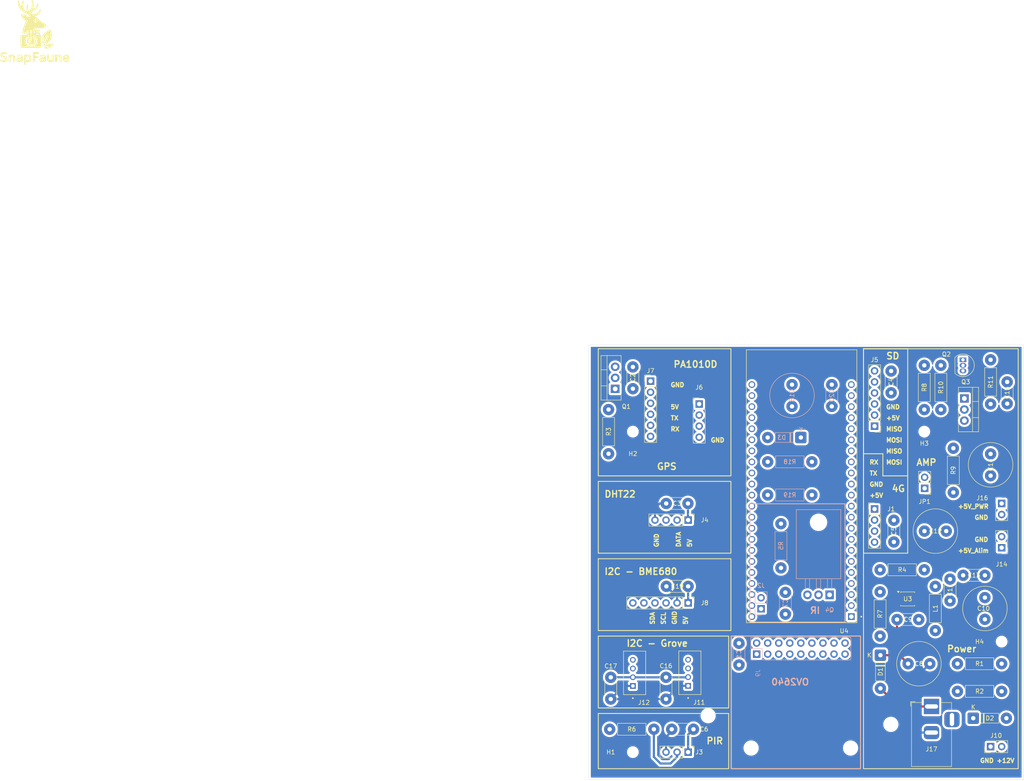
<source format=kicad_pcb>
(kicad_pcb (version 20241229) (generator "pcbnew") (generator_version "9.0")
  (layers (0 "F.Cu" signal) (2 "B.Cu" signal) (13 "F.Paste" user) (15 "B.Paste" user) (5 "F.SilkS" user "F.Silkscreen") (7 "B.SilkS" user "B.Silkscreen") (1 "F.Mask" user) (3 "B.Mask" user) (25 "Edge.Cuts" user))
  (net 0 "")
  (net 1 "GND")
  (net 2 "/Cam/+VCC_Alim")
  (net 3 "+5V")
  (net 4 "Net-(Q1-S)")
  (net 5 "+12V")
  (net 6 "/Power/VOLTAGE_BAT")
  (net 7 "Net-(U3-V_{CC})")
  (net 8 "Net-(U3-BOOST)")
  (net 9 "Net-(D1-A)")
  (net 10 "Net-(D2-A)")
  (net 11 "Net-(D3-K)")
  (net 12 "/Transmission/TX")
  (net 13 "/Transmission/RX")
  (net 14 "/Sensors/PIR_MOUV")
  (net 15 "/Sensors/TX0")
  (net 16 "/Sensors/RX0")
  (net 19 "/Cam/SCL")
  (net 21 "/Cam/SDA")
  (net 23 "Net-(U3-SW)")
  (net 24 "Net-(Q1-G)")
  (net 25 "Net-(Q2-B)")
  (net 26 "Net-(Q2-C)")
  (net 27 "/Cam/PWDN")
  (net 28 "/Sensors/ENA_GPS")
  (net 29 "Net-(U3-Vfb)")
  (net 30 "/Power/PWR_U{slash}D")
  (net 31 "/Cam/HREF")
  (net 34 "/Cam/D7")
  (net 35 "/Cam/D2")
  (net 38 "/Cam/D0")
  (net 39 "/uc/D45")
  (net 40 "/Stockage/MOSI")
  (net 41 "/Cam/DCLK")
  (net 42 "/Sensors/DATA_DHT22")
  (net 43 "/uc/+3.3V")
  (net 45 "/Stockage/SCK")
  (net 46 "/Cam/VREF")
  (net 47 "/Cam/D6")
  (net 49 "/Cam/D1")
  (net 50 "/Cam/D3")
  (net 51 "/Stockage/CS")
  (net 55 "/Cam/D4")
  (net 56 "/Stockage/MISO")
  (net 57 "/Cam/D5")
  (net 60 "Net-(J2-Pin_2)")
  (net 61 "Net-(Q4-G)")
  (net 62 "/Cam/LED_IR")
  (net 63 "Net-(JP1-B)")
  (footprint "CollecteurDonne:C_Disc_D5.0mm_W2.5mm_P5.00mm" (layer "F.Cu") (at 121.88 87.3 180)
    (property "Reference" "C3" (at 2.5 0 0) (layer "F.SilkS"))
    (property "Value" "100nF")
    (pad "1" thru_hole circle (at 0 0 180) (size 2.6 2.6) (drill 1) (layers "*.Cu" "*.Mask") (net 3 "+5V"))
    (pad "2" thru_hole circle (at 5 0 180) (size 2.6 2.6) (drill 1) (layers "*.Cu" "*.Mask") (net 1 "GND"))
  )
  (footprint "Package_TO_SOT_THT:TO-220-3_Vertical" (layer "F.Cu") (at 105.156 60.96 90)
    (property "Reference" "Q1" (at -4.064 2.54 180) (layer "F.SilkS"))
    (property "Value" "IRF540N")
    (pad "1" thru_hole rect (at 0 0 90) (size 1.905 2) (drill 1.1) (layers "*.Cu" "*.Mask") (net 24 "Net-(Q1-G)"))
    (pad "2" thru_hole oval (at 2.54 0 90) (size 1.905 2) (drill 1.1) (layers "*.Cu" "*.Mask") (net 1 "GND"))
    (pad "3" thru_hole oval (at 5.08 0 90) (size 1.905 2) (drill 1.1) (layers "*.Cu" "*.Mask") (net 4 "Net-(Q1-S)"))
  )
  (footprint "CollecteurDonne:C_Disc_D5.0mm_W2.5mm_P5.00mm" (layer "F.Cu") (at 195.25 64.36 90)
    (property "Reference" "C15" (at 2.5 0 90) (layer "F.SilkS"))
    (property "Value" "100nF")
    (pad "1" thru_hole circle (at 0 0 90) (size 2.6 2.6) (drill 1) (layers "*.Cu" "*.Mask") (net 3 "+5V"))
    (pad "2" thru_hole circle (at 5 0 90) (size 2.6 2.6) (drill 1) (layers "*.Cu" "*.Mask") (net 1 "GND"))
  )
  (footprint "CollecteurDonne:C_Radial_D10.0mm_H16.0mm_P5.00mm" (layer "F.Cu") (at 176.24 93.65)
    (property "Reference" "C12" (at 2.54 0 0) (layer "F.SilkS"))
    (property "Value" "470µF")
    (pad "1" thru_hole circle (at 0 0) (size 2.6 2.6) (drill 1) (layers "*.Cu" "*.Mask") (net 2 "/Cam/+VCC_Alim"))
    (pad "2" thru_hole circle (at 5 0) (size 2.6 2.6) (drill 1) (layers "*.Cu" "*.Mask") (net 1 "GND"))
  )
  (footprint "Connector_PinHeader_2.54mm:PinHeader_1x06_P2.54mm_Vertical" (layer "F.Cu") (at 164.77 69.52 180)
    (property "Reference" "J5" (at 0 15.24 0) (layer "F.SilkS"))
    (property "Value" "Conn_01x06")
    (pad "1" thru_hole rect (at 0 0 180) (size 1.7 1.7) (drill 1) (layers "*.Cu" "*.Mask") (net 51 "/Stockage/CS"))
    (pad "2" thru_hole circle (at 0 2.54 180) (size 1.7 1.7) (drill 1) (layers "*.Cu" "*.Mask") (net 45 "/Stockage/SCK"))
    (pad "3" thru_hole circle (at 0 5.08 180) (size 1.7 1.7) (drill 1) (layers "*.Cu" "*.Mask") (net 40 "/Stockage/MOSI"))
    (pad "4" thru_hole circle (at 0 7.62 180) (size 1.7 1.7) (drill 1) (layers "*.Cu" "*.Mask") (net 56 "/Stockage/MISO"))
    (pad "5" thru_hole circle (at 0 10.16 180) (size 1.7 1.7) (drill 1) (layers "*.Cu" "*.Mask") (net 3 "+5V"))
    (pad "6" thru_hole circle (at 0 12.7 180) (size 1.7 1.7) (drill 1) (layers "*.Cu" "*.Mask") (net 1 "GND"))
  )
  (footprint "CollecteurDonne:Logo_20_20" (layer "F.Cu") (at -28.395853 -20.59115)
    (property "Reference" "U5" (at 0 0 0) (layer "F.SilkS") (effects (font (size 1.5 1.5) (thickness 0.3))))
    (property "Value" "~" (hide yes))
  )
  (footprint "CollecteurDonne:C_Disc_D5.0mm_W2.5mm_P5.00mm" (layer "F.Cu") (at 121.92 106.35 180)
    (property "Reference" "C19" (at 2.5 0 0) (layer "F.SilkS"))
    (property "Value" "100nF")
    (pad "1" thru_hole circle (at 0 0 180) (size 2.6 2.6) (drill 1) (layers "*.Cu" "*.Mask") (net 3 "+5V"))
    (pad "2" thru_hole circle (at 5 0 180) (size 2.6 2.6) (drill 1) (layers "*.Cu" "*.Mask") (net 1 "GND"))
  )
  (footprint "CollecteurDonne:C_Disc_D5.0mm_W2.5mm_P5.00mm" (layer "F.Cu") (at 169.2075 91.15 -90)
    (property "Reference" "C5" (at 2.5 0 90) (layer "F.SilkS"))
    (property "Value" "100nF")
    (pad "1" thru_hole circle (at 0 0 270) (size 2.6 2.6) (drill 1) (layers "*.Cu" "*.Mask") (net 1 "GND"))
    (pad "2" thru_hole circle (at 5 0 270) (size 2.6 2.6) (drill 1) (layers "*.Cu" "*.Mask") (net 3 "+5V"))
  )
  (footprint "Connector_PinHeader_2.54mm:PinHeader_1x04_P2.54mm_Vertical" (layer "F.Cu") (at 164.77 88.57)
    (property "Reference" "J1" (at 3.81 0 0) (layer "F.SilkS"))
    (property "Value" "Conn_01x04")
    (pad "1" thru_hole rect (at 0 0) (size 1.7 1.7) (drill 1) (layers "*.Cu" "*.Mask") (net 13 "/Transmission/RX"))
    (pad "2" thru_hole circle (at 0 2.54) (size 1.7 1.7) (drill 1) (layers "*.Cu" "*.Mask") (net 12 "/Transmission/TX"))
    (pad "3" thru_hole circle (at 0 5.08) (size 1.7 1.7) (drill 1) (layers "*.Cu" "*.Mask") (net 1 "GND"))
    (pad "4" thru_hole circle (at 0 7.62) (size 1.7 1.7) (drill 1) (layers "*.Cu" "*.Mask") (net 3 "+5V"))
  )
  (footprint "Connector_PinHeader_2.54mm:PinHeader_1x04_P2.54mm_Vertical" (layer "F.Cu") (at 124.46 64.44)
    (property "Reference" "J6" (at 0 -3.81 0) (layer "F.SilkS"))
    (property "Value" "Conn_01x04")
    (pad "1" thru_hole rect (at 0 0) (size 1.7 1.7) (drill 1) (layers "*.Cu" "*.Mask") (net 3 "+5V"))
    (pad "2" thru_hole circle (at 0 2.54) (size 1.7 1.7) (drill 1) (layers "*.Cu" "*.Mask") (net 15 "/Sensors/TX0"))
    (pad "3" thru_hole circle (at 0 5.08) (size 1.7 1.7) (drill 1) (layers "*.Cu" "*.Mask") (net 16 "/Sensors/RX0"))
    (pad "4" thru_hole circle (at 0 7.62) (size 1.7 1.7) (drill 1) (layers "*.Cu" "*.Mask") (net 1 "GND"))
  )
  (footprint "Package_TO_SOT_THT:TO-92_Inline" (layer "F.Cu") (at 185.09 54.28 -90)
    (property "Reference" "Q2" (at -1.27 3.81 180) (layer "F.SilkS"))
    (property "Value" "PN2222A")
    (pad "1" thru_hole rect (at 0 0 270) (size 1.05 1.5) (drill 0.75) (layers "*.Cu" "*.Mask") (net 1 "GND"))
    (pad "2" thru_hole oval (at 1.27 0 270) (size 1.05 1.5) (drill 0.75) (layers "*.Cu" "*.Mask") (net 25 "Net-(Q2-B)"))
    (pad "3" thru_hole oval (at 2.54 0 270) (size 1.05 1.5) (drill 0.75) (layers "*.Cu" "*.Mask") (net 26 "Net-(Q2-C)"))
  )
  (footprint "CollecteurDonne:C_Disc_D5.0mm_W2.5mm_P5.00mm" (layer "F.Cu") (at 169.93 113.97)
    (property "Reference" "C9" (at 2.54 0 0) (layer "F.SilkS"))
    (property "Value" "100nF")
    (pad "1" thru_hole circle (at 0 0) (size 2.6 2.6) (drill 1) (layers "*.Cu" "*.Mask") (net 5 "+12V"))
    (pad "2" thru_hole circle (at 5 0) (size 2.6 2.6) (drill 1) (layers "*.Cu" "*.Mask") (net 1 "GND"))
  )
  (footprint "CollecteurDonne:C_Disc_D5.0mm_W2.5mm_P5.00mm" (layer "F.Cu") (at 104.14 127.254 -90)
    (property "Reference" "C17" (at -2.58 0 180) (layer "F.SilkS"))
    (property "Value" "100nF")
    (pad "1" thru_hole circle (at 0 0 270) (size 2.6 2.6) (drill 1) (layers "*.Cu" "*.Mask") (net 3 "+5V"))
    (pad "2" thru_hole circle (at 5 0 270) (size 2.6 2.6) (drill 1) (layers "*.Cu" "*.Mask") (net 1 "GND"))
  )
  (footprint "CollecteurDonne:ESP32-S3-DEVKITC-1-N8R8" (layer "F.Cu") (at 148 83.34 180)
    (property "Reference" "U4" (at -9.775 -33.255 180) (layer "F.SilkS"))
    (property "Value" "ESP32-S3-DEVKITC-1-N8R8")
    (pad "J1_1" thru_hole rect (at -11.43 -29.97 180) (size 1.53 1.53) (drill 1.02) (layers "*.Cu" "*.Mask") (net 43 "/uc/+3.3V"))
    (pad "J1_2" thru_hole circle (at -11.43 -27.43 180) (size 1.53 1.53) (drill 1.02) (layers "*.Cu" "*.Mask") (net 43 "/uc/+3.3V"))
    (pad "J1_3" thru_hole circle (at -11.43 -24.89 180) (size 1.53 1.53) (drill 1.02) (layers "*.Cu" "*.Mask"))
    (pad "J1_4" thru_hole circle (at -11.43 -22.35 180) (size 1.53 1.53) (drill 1.02) (layers "*.Cu" "*.Mask") (net 34 "/Cam/D7"))
    (pad "J1_5" thru_hole circle (at -11.43 -19.81 180) (size 1.53 1.53) (drill 1.02) (layers "*.Cu" "*.Mask") (net 47 "/Cam/D6"))
    (pad "J1_6" thru_hole circle (at -11.43 -17.27 180) (size 1.53 1.53) (drill 1.02) (layers "*.Cu" "*.Mask") (net 57 "/Cam/D5"))
    (pad "J1_7" thru_hole circle (at -11.43 -14.73 180) (size 1.53 1.53) (drill 1.02) (layers "*.Cu" "*.Mask") (net 55 "/Cam/D4"))
    (pad "J1_8" thru_hole circle (at -11.43 -12.19 180) (size 1.53 1.53) (drill 1.02) (layers "*.Cu" "*.Mask") (net 50 "/Cam/D3"))
    (pad "J1_9" thru_hole circle (at -11.43 -9.65 180) (size 1.53 1.53) (drill 1.02) (layers "*.Cu" "*.Mask") (net 35 "/Cam/D2"))
    (pad "J1_10" thru_hole circle (at -11.43 -7.11 180) (size 1.53 1.53) (drill 1.02) (layers "*.Cu" "*.Mask") (net 15 "/Sensors/TX0"))
    (pad "J1_11" thru_hole circle (at -11.43 -4.57 180) (size 1.53 1.53) (drill 1.02) (layers "*.Cu" "*.Mask") (net 16 "/Sensors/RX0"))
    (pad "J1_12" thru_hole circle (at -11.43 -2.03 180) (size 1.53 1.53) (drill 1.02) (layers "*.Cu" "*.Mask") (net 21 "/Cam/SDA"))
    (pad "J1_13" thru_hole circle (at -11.43 0.51 180) (size 1.53 1.53) (drill 1.02) (layers "*.Cu" "*.Mask") (net 49 "/Cam/D1"))
    (pad "J1_14" thru_hole circle (at -11.43 3.05 180) (size 1.53 1.53) (drill 1.02) (layers "*.Cu" "*.Mask") (net 38 "/Cam/D0"))
    (pad "J1_15" thru_hole circle (at -11.43 5.59 180) (size 1.53 1.53) (drill 1.02) (layers "*.Cu" "*.Mask") (net 19 "/Cam/SCL"))
    (pad "J1_16" thru_hole circle (at -11.43 8.13 180) (size 1.53 1.53) (drill 1.02) (layers "*.Cu" "*.Mask") (net 51 "/Stockage/CS"))
    (pad "J1_17" thru_hole circle (at -11.43 10.67 180) (size 1.53 1.53) (drill 1.02) (layers "*.Cu" "*.Mask") (net 40 "/Stockage/MOSI"))
    (pad "J1_18" thru_hole circle (at -11.43 13.21 180) (size 1.53 1.53) (drill 1.02) (layers "*.Cu" "*.Mask") (net 56 "/Stockage/MISO"))
    (pad "J1_19" thru_hole circle (at -11.43 15.75 180) (size 1.53 1.53) (drill 1.02) (layers "*.Cu" "*.Mask") (net 45 "/Stockage/SCK"))
    (pad "J1_20" thru_hole circle (at -11.43 18.29 180) (size 1.53 1.53) (drill 1.02) (layers "*.Cu" "*.Mask") (net 41 "/Cam/DCLK"))
    (pad "J1_21" thru_hole circle (at -11.43 20.83 180) (size 1.53 1.53) (drill 1.02) (layers "*.Cu" "*.Mask") (net 11 "Net-(D3-K)"))
    (pad "J1_22" thru_hole circle (at -11.43 23.37 180) (size 1.53 1.53) (drill 1.02) (layers "*.Cu" "*.Mask") (net 1 "GND"))
    (pad "J3_1" thru_hole circle (at 11.43 -29.97 180) (size 1.53 1.53) (drill 1.02) (layers "*.Cu" "*.Mask") (net 1 "GND"))
    (pad "J3_2" thru_hole circle (at 11.43 -27.43 180) (size 1.53 1.53) (drill 1.02) (layers "*.Cu" "*.Mask"))
    (pad "J3_3" thru_hole circle (at 11.43 -24.89 180) (size 1.53 1.53) (drill 1.02) (layers "*.Cu" "*.Mask"))
    (pad "J3_4" thru_hole circle (at 11.43 -22.35 180) (size 1.53 1.53) (drill 1.02) (layers "*.Cu" "*.Mask") (net 14 "/Sensors/PIR_MOUV"))
    (pad "J3_5" thru_hole circle (at 11.43 -19.81 180) (size 1.53 1.53) (drill 1.02) (layers "*.Cu" "*.Mask") (net 30 "/Power/PWR_U{slash}D"))
    (pad "J3_6" thru_hole circle (at 11.43 -17.27 180) (size 1.53 1.53) (drill 1.02) (layers "*.Cu" "*.Mask") (net 12 "/Transmission/TX"))
    (pad "J3_7" thru_hole circle (at 11.43 -14.73 180) (size 1.53 1.53) (drill 1.02) (layers "*.Cu" "*.Mask") (net 13 "/Transmission/RX"))
    (pad "J3_8" thru_hole circle (at 11.43 -12.19 180) (size 1.53 1.53) (drill 1.02) (layers "*.Cu" "*.Mask") (net 46 "/Cam/VREF"))
    (pad "J3_9" thru_hole circle (at 11.43 -9.65 180) (size 1.53 1.53) (drill 1.02) (layers "*.Cu" "*.Mask") (net 31 "/Cam/HREF"))
    (pad "J3_10" thru_hole circle (at 11.43 -7.11 180) (size 1.53 1.53) (drill 1.02) (layers "*.Cu" "*.Mask") (net 42 "/Sensors/DATA_DHT22"))
    (pad "J3_11" thru_hole circle (at 11.43 -4.57 180) (size 1.53 1.53) (drill 1.02) (layers "*.Cu" "*.Mask"))
    (pad "J3_12" thru_hole circle (at 11.43 -2.03 180) (size 1.53 1.53) (drill 1.02) (layers "*.Cu" "*.Mask"))
    (pad "J3_13" thru_hole circle (at 11.43 0.51 180) (size 1.53 1.53) (drill 1.02) (layers "*.Cu" "*.Mask"))
    (pad "J3_14" thru_hole circle (at 11.43 3.05 180) (size 1.53 1.53) (drill 1.02) (layers "*.Cu" "*.Mask"))
    (pad "J3_15" thru_hole circle (at 11.43 5.59 180) (size 1.53 1.53) (drill 1.02) (layers "*.Cu" "*.Mask") (net 39 "/uc/D45"))
    (pad "J3_16" thru_hole circle (at 11.43 8.13 180) (size 1.53 1.53) (drill 1.02) (layers "*.Cu" "*.Mask") (net 62 "/Cam/LED_IR"))
    (pad "J3_17" thru_hole circle (at 11.43 10.67 180) (size 1.53 1.53) (drill 1.02) (layers "*.Cu" "*.Mask") (net 6 "/Power/VOLTAGE_BAT"))
    (pad "J3_18" thru_hole circle (at 11.43 13.21 180) (size 1.53 1.53) (drill 1.02) (layers "*.Cu" "*.Mask") (net 28 "/Sensors/ENA_GPS"))
    (pad "J3_19" thru_hole circle (at 11.43 15.75 180) (size 1.53 1.53) (drill 1.02) (layers "*.Cu" "*.Mask"))
    (pad "J3_20" thru_hole circle (at 11.43 18.29 180) (size 1.53 1.53) (drill 1.02) (layers "*.Cu" "*.Mask"))
    (pad "J3_21" thru_hole circle (at 11.43 20.83 180) (size 1.53 1.53) (drill 1.02) (layers "*.Cu" "*.Mask") (net 1 "GND"))
    (pad "J3_22" thru_hole circle (at 11.43 23.37 180) (size 1.53 1.53) (drill 1.02) (layers "*.Cu" "*.Mask") (net 1 "GND"))
  )
  (footprint "Connector_PinHeader_2.54mm:PinHeader_1x04_P2.54mm_Vertical" (layer "F.Cu") (at 121.92 91.11 -90)
    (property "Reference" "J4" (at 0 -3.81 180) (layer "F.SilkS"))
    (property "Value" "Conn_01x04")
    (pad "1" thru_hole rect (at 0 0 270) (size 1.7 1.7) (drill 1) (layers "*.Cu" "*.Mask") (net 3 "+5V"))
    (pad "2" thru_hole circle (at 0 2.54 270) (size 1.7 1.7) (drill 1) (layers "*.Cu" "*.Mask") (net 42 "/Sensors/DATA_DHT22"))
    (pad "3" thru_hole circle (at 0 5.08 270) (size 1.7 1.7) (drill 1) (layers "*.Cu" "*.Mask"))
    (pad "4" thru_hole circle (at 0 7.62 270) (size 1.7 1.7) (drill 1) (layers "*.Cu" "*.Mask") (net 1 "GND"))
  )
  (footprint "CollecteurDonne:R_Axial_DIN0207_L6.3mm_D2.5mm_P10.16mm_Horizontal" (layer "F.Cu") (at 166.04 107.62 -90)
    (property "Reference" "R7" (at 5.08 0 90) (layer "F.SilkS"))
    (property "Value" "10k")
    (pad "1" thru_hole circle (at 0 0 270) (size 2.6 2.6) (drill 1) (layers "*.Cu" "*.Mask") (net 29 "Net-(U3-Vfb)"))
    (pad "2" thru_hole circle (at 10.16 0 270) (size 2.6 2.6) (drill 1) (layers "*.Cu" "*.Mask") (net 1 "GND"))
  )
  (footprint "Connector_PinHeader_2.54mm:PinHeader_1x06_P2.54mm_Vertical" (layer "F.Cu") (at 121.92 110.16 -90)
    (property "Reference" "J8" (at 0 -3.81 180) (layer "F.SilkS"))
    (property "Value" "Conn_01x06")
    (pad "1" thru_hole rect (at 0 0 270) (size 1.7 1.7) (drill 1) (layers "*.Cu" "*.Mask") (net 3 "+5V"))
    (pad "2" thru_hole circle (at 0 2.54 270) (size 1.7 1.7) (drill 1) (layers "*.Cu" "*.Mask") (net 1 "GND"))
    (pad "3" thru_hole circle (at 0 5.08 270) (size 1.7 1.7) (drill 1) (layers "*.Cu" "*.Mask") (net 19 "/Cam/SCL"))
    (pad "4" thru_hole circle (at 0 7.62 270) (size 1.7 1.7) (drill 1) (layers "*.Cu" "*.Mask") (net 21 "/Cam/SDA"))
    (pad "5" thru_hole circle (at 0 10.16 270) (size 1.7 1.7) (drill 1) (layers "*.Cu" "*.Mask"))
    (pad "6" thru_hole circle (at 0 12.7 270) (size 1.7 1.7) (drill 1) (layers "*.Cu" "*.Mask"))
  )
  (footprint "CollecteurDonne:R_Axial_DIN0207_L6.3mm_D2.5mm_P10.16mm_Horizontal" (layer "F.Cu") (at 183.82 130.48)
    (property "Reference" "R2" (at 5.08 0 0) (layer "F.SilkS"))
    (property "Value" "25k")
    (pad "1" thru_hole circle (at 0 0) (size 2.6 2.6) (drill 1) (layers "*.Cu" "*.Mask") (net 6 "/Power/VOLTAGE_BAT"))
    (pad "2" thru_hole circle (at 10.16 0) (size 2.6 2.6) (drill 1) (layers "*.Cu" "*.Mask") (net 1 "GND"))
  )
  (footprint "CollecteurDonne:R_Axial_DIN0207_L6.3mm_D2.5mm_P10.16mm_Horizontal" (layer "F.Cu") (at 176.2 102.54 180)
    (property "Reference" "R4" (at 5.08 0 0) (layer "F.SilkS"))
    (property "Value" "52.3k")
    (pad "1" thru_hole circle (at 0 0 180) (size 2.6 2.6) (drill 1) (layers "*.Cu" "*.Mask") (net 2 "/Cam/+VCC_Alim"))
    (pad "2" thru_hole circle (at 10.16 0 180) (size 2.6 2.6) (drill 1) (layers "*.Cu" "*.Mask") (net 29 "Net-(U3-Vfb)"))
  )
  (footprint "CollecteurDonne:R_Axial_DIN0207_L6.3mm_D2.5mm_P10.16mm_Horizontal" (layer "F.Cu") (at 114.046 139.192 180)
    (property "Reference" "R6" (at 5.08 0 0) (layer "F.SilkS"))
    (property "Value" "10k")
    (pad "1" thru_hole circle (at 0 0 180) (size 2.6 2.6) (drill 1) (layers "*.Cu" "*.Mask") (net 14 "/Sensors/PIR_MOUV"))
    (pad "2" thru_hole circle (at 10.16 0 180) (size 2.6 2.6) (drill 1) (layers "*.Cu" "*.Mask") (net 1 "GND"))
  )
  (footprint "CollecteurDonne:C_Radial_D10.0mm_H16.0mm_P5.00mm" (layer "F.Cu") (at 191.44 75.91 -90)
    (property "Reference" "C14" (at 2.5 0 90) (layer "F.SilkS"))
    (property "Value" "100µF")
    (pad "1" thru_hole circle (at 0 0 270) (size 2.6 2.6) (drill 1) (layers "*.Cu" "*.Mask") (net 3 "+5V"))
    (pad "2" thru_hole circle (at 5 0 270) (size 2.6 2.6) (drill 1) (layers "*.Cu" "*.Mask") (net 1 "GND"))
  )
  (footprint "CollecteurDonne:C_Radial_D10.0mm_H16.0mm_P5.00mm" (layer "F.Cu") (at 190.13 108.93 -90)
    (property "Reference" "C10" (at 2.5 0.3125 0) (layer "F.SilkS"))
    (property "Value" "1µF")
    (pad "1" thru_hole circle (at 0 0 270) (size 2.6 2.6) (drill 1) (layers "*.Cu" "*.Mask") (net 7 "Net-(U3-V_{CC})"))
    (pad "2" thru_hole circle (at 5 0 270) (size 2.6 2.6) (drill 1) (layers "*.Cu" "*.Mask") (net 1 "GND"))
  )
  (footprint "Package_TO_SOT_THT:TO-220-3_Vertical" (layer "F.Cu") (at 185.41 63.17 -90)
    (property "Reference" "Q3" (at -3.81 -0.315 180) (layer "F.SilkS"))
    (property "Value" "IRF9540N")
    (pad "1" thru_hole rect (at 0 0 270) (size 1.905 2) (drill 1.1) (layers "*.Cu" "*.Mask") (net 27 "/Cam/PWDN"))
    (pad "2" thru_hole oval (at 2.54 0 270) (size 1.905 2) (drill 1.1) (layers "*.Cu" "*.Mask") (net 3 "+5V"))
    (pad "3" thru_hole oval (at 5.08 0 270) (size 1.905 2) (drill 1.1) (layers "*.Cu" "*.Mask") (net 63 "Net-(JP1-B)"))
  )
  (footprint "Connector_PinHeader_2.54mm:PinHeader_1x03_P2.54mm_Vertical" (layer "F.Cu") (at 121.92 144.45 -90)
    (property "Reference" "J3" (at 0 -2.54 180) (layer "F.SilkS"))
    (property "Value" "Conn_01x03")
    (pad "1" thru_hole rect (at 0 0 270) (size 1.7 1.7) (drill 1) (layers "*.Cu" "*.Mask") (net 3 "+5V"))
    (pad "2" thru_hole circle (at 0 2.54 270) (size 1.7 1.7) (drill 1) (layers "*.Cu" "*.Mask") (net 14 "/Sensors/PIR_MOUV"))
    (pad "3" thru_hole circle (at 0 5.08 270) (size 1.7 1.7) (drill 1) (layers "*.Cu" "*.Mask") (net 1 "GND"))
  )
  (footprint "CollecteurDonne:C_Radial_D10.0mm_H16.0mm_P5.00mm" (layer "F.Cu") (at 172.47 124.13)
    (property "Reference" "C8" (at 2.5 0 0) (layer "F.SilkS"))
    (property "Value" "100µF")
    (pad "1" thru_hole circle (at 0 0) (size 2.6 2.6) (drill 1) (layers "*.Cu" "*.Mask") (net 5 "+12V"))
    (pad "2" thru_hole circle (at 5 0) (size 2.6 2.6) (drill 1) (layers "*.Cu" "*.Mask") (net 1 "GND"))
  )
  (footprint "CollecteurDonne:MountingHole_2.2mm_M2_ISO7380" (layer "F.Cu") (at 176.2 70.79 180)
    (property "Reference" "H3" (at 0 -2.7 0) (layer "F.SilkS"))
    (property "Value" "MountingHole")
    (pad "" np_thru_hole circle (at 0 0 180) (size 2.2 2.2) (drill 2.2) (layers "*.Cu" "*.Mask"))
  )
  (footprint "CollecteurDonne:R_Axial_DIN0207_L6.3mm_D2.5mm_P10.16mm_Horizontal" (layer "F.Cu") (at 182.88 84.76 90)
    (property "Reference" "R9" (at 5.08 0 270) (layer "F.SilkS"))
    (property "Value" "100k")
    (pad "1" thru_hole circle (at 0 0 90) (size 2.6 2.6) (drill 1) (layers "*.Cu" "*.Mask") (net 63 "Net-(JP1-B)"))
    (pad "2" thru_hole circle (at 10.16 0 90) (size 2.6 2.6) (drill 1) (layers "*.Cu" "*.Mask") (net 27 "/Cam/PWDN"))
  )
  (footprint "CollecteurDonne:R_Axial_DIN0207_L6.3mm_D2.5mm_P10.16mm_Horizontal" (layer "F.Cu") (at 103.632 75.87 90)
    (property "Reference" "R3" (at 5.08 0 90) (layer "F.SilkS"))
    (property "Value" "1k")
    (pad "1" thru_hole circle (at 0 0 90) (size 2.6 2.6) (drill 1) (layers "*.Cu" "*.Mask") (net 28 "/Sensors/ENA_GPS"))
    (pad "2" thru_hole circle (at 10.16 0 90) (size 2.6 2.6) (drill 1) (layers "*.Cu" "*.Mask") (net 24 "Net-(Q1-G)"))
  )
  (footprint "CollecteurDonne:C_Disc_D5.0mm_W2.5mm_P5.00mm" (layer "F.Cu") (at 116.84 127.254 -90)
    (property "Reference" "C16" (at -2.62 0 180) (layer "F.SilkS"))
    (property "Value" "100nF")
    (pad "1" thru_hole circle (at 0 0 270) (size 2.6 2.6) (drill 1) (layers "*.Cu" "*.Mask") (net 3 "+5V"))
    (pad "2" thru_hole circle (at 5 0 270) (size 2.6 2.6) (drill 1) (layers "*.Cu" "*.Mask") (net 1 "GND"))
  )
  (footprint "CollecteurDonne:C_Disc_D5.0mm_W2.5mm_P5.00mm" (layer "F.Cu") (at 123.15 139.192 180)
    (property "Reference" "C6" (at -2.426 0 0) (layer "F.SilkS"))
    (property "Value" "100nF")
    (pad "1" thru_hole circle (at 0 0 180) (size 2.6 2.6) (drill 1) (layers "*.Cu" "*.Mask") (net 3 "+5V"))
    (pad "2" thru_hole circle (at 5 0 180) (size 2.6 2.6) (drill 1) (layers "*.Cu" "*.Mask") (net 1 "GND"))
  )
  (footprint "CollecteurDonne:MountingHole_2.2mm_M2_ISO7380" (layer "F.Cu") (at 109.22 144.45 180)
    (property "Reference" "H1" (at 5.08 0 0) (layer "F.SilkS"))
    (property "Value" "MountingHole")
    (pad "" np_thru_hole circle (at 0 0 180) (size 2.2 2.2) (drill 2.2) (layers "*.Cu" "*.Mask"))
  )
  (footprint "CollecteurDonne:MountingHole_2.2mm_M2_ISO7380" (layer "F.Cu") (at 109.22 70.79 180)
    (property "Reference" "H2" (at 0 -5.08 0) (layer "F.SilkS"))
    (property "Value" "MountingHole")
    (pad "" np_thru_hole circle (at 0 0 180) (size 2.2 2.2) (drill 2.2) (layers "*.Cu" "*.Mask"))
  )
  (footprint "CollecteurDonne:BarrelJack_Horizontal" (layer "F.Cu") (at 177.8585 133.954 90)
    (property "Reference" "J17" (at -9.81 0 0) (layer "F.SilkS"))
    (property "Value" "Barrel_Jack_Switch_Pin3Ring")
    (pad "1" thru_hole rect (at 0 0 90) (size 3.5 3.5) (drill oval 1 3) (layers "*.Cu" "*.Mask") (net 9 "Net-(D1-A)"))
    (pad "2" thru_hole roundrect (at -6 0 90) (size 3 3.5) (drill oval 1 3) (layers "*.Cu" "*.Mask") (net 1 "GND"))
    (pad "3" thru_hole roundrect (at -3 4.7 90) (size 3.5 3.5) (drill oval 3 1) (layers "*.Cu" "*.Mask") (net 1 "GND"))
  )
  (footprint "CollecteurDonne:R_Axial_DIN0207_L6.3mm_D2.5mm_P10.16mm_Horizontal" (layer "F.Cu") (at 176.2 65.71 90)
    (property "Reference" "R8" (at 5.08 0 90) (layer "F.SilkS"))
    (property "Value" "1k")
    (pad "1" thru_hole circle (at 0 0 90) (size 2.6 2.6) (drill 1) (layers "*.Cu" "*.Mask") (net 30 "/Power/PWR_U{slash}D"))
    (pad "2" thru_hole circle (at 10.16 0 90) (size 2.6 2.6) (drill 1) (layers "*.Cu" "*.Mask") (net 25 "Net-(Q2-B)"))
  )
  (footprint "Connector_PinHeader_2.54mm:PinHeader_1x06_P2.54mm_Vertical" (layer "F.Cu") (at 113.284 59.182)
    (property "Reference" "J7" (at 0 -2.38 0) (layer "F.SilkS"))
    (property "Value" "Conn_01x06")
    (pad "1" thru_hole rect (at 0 0) (size 1.7 1.7) (drill 1) (layers "*.Cu" "*.Mask") (net 1 "GND"))
    (pad "2" thru_hole circle (at 0 2.54) (size 1.7 1.7) (drill 1) (layers "*.Cu" "*.Mask"))
    (pad "3" thru_hole circle (at 0 5.08) (size 1.7 1.7) (drill 1) (layers "*.Cu" "*.Mask") (net 3 "+5V"))
    (pad "4" thru_hole circle (at 0 7.62) (size 1.7 1.7) (drill 1) (layers "*.Cu" "*.Mask") (net 15 "/Sensors/TX0"))
    (pad "5" thru_hole circle (at 0 10.16) (size 1.7 1.7) (drill 1) (layers "*.Cu" "*.Mask") (net 16 "/Sensors/RX0"))
    (pad "6" thru_hole circle (at 0 12.7) (size 1.7 1.7) (drill 1) (layers "*.Cu" "*.Mask"))
  )
  (footprint "CollecteurDonne:MountingHole_2.2mm_M2_ISO7380" (layer "F.Cu") (at 193.98 119.05 180)
    (property "Reference" "H4" (at 5.08 0 0) (layer "F.SilkS"))
    (property "Value" "MountingHole")
    (pad "" np_thru_hole circle (at 0 0 180) (size 2.2 2.2) (drill 2.2) (layers "*.Cu" "*.Mask"))
  )
  (footprint "Connector_PinHeader_2.54mm:PinHeader_1x02_P2.54mm_Vertical" (layer "F.Cu") (at 191.44 143.18 90)
    (property "Reference" "J10" (at 2.54 1.27 0) (layer "F.SilkS"))
    (property "Value" "IN")
    (pad "1" thru_hole rect (at 0 0 90) (size 1.7 1.7) (drill 1) (layers "*.Cu" "*.Mask") (net 1 "GND"))
    (pad "2" thru_hole circle (at 0 2.54 90) (size 1.7 1.7) (drill 1) (layers "*.Cu" "*.Mask") (net 10 "Net-(D2-A)"))
  )
  (footprint "CollecteurDonne:C_Disc_D5.0mm_W2.5mm_P5.00mm" (layer "F.Cu") (at 168.58 61.86 90)
    (property "Reference" "C4" (at 2.5 0 90) (layer "F.SilkS"))
    (property "Value" "100nF")
    (pad "1" thru_hole circle (at 0 0 90) (size 2.6 2.6) (drill 1) (layers "*.Cu" "*.Mask") (net 3 "+5V"))
    (pad "2" thru_hole circle (at 5 0 90) (size 2.6 2.6) (drill 1) (layers "*.Cu" "*.Mask") (net 1 "GND"))
  )
  (footprint "CollecteurDonne:D_DO-35_SOD27_P7.62mm_Horizontal" (layer "F.Cu") (at 166.116 122.174 -90)
    (property "Reference" "D1" (at 3.81 0 90) (layer "F.SilkS"))
    (property "Value" "D")
    (fp_text user "K" (at 0 2.54 0) (layer "F.SilkS"))
    (pad "1" thru_hole roundrect (at 0 0 270) (size 2.6 2.6) (drill 1) (layers "*.Cu" "*.Mask") (roundrect_rratio 0.15625) (net 5 "+12V"))
    (pad "2" thru_hole circle (at 7.62 0 270) (size 2.6 2.6) (drill 1) (layers "*.Cu" "*.Mask") (net 9 "Net-(D1-A)"))
  )
  (footprint "Connector_PinHeader_2.54mm:PinHeader_1x02_P2.54mm_Vertical" (layer "F.Cu") (at 176.276 83.82 180)
    (property "Reference" "JP1" (at 0 -3.048 0) (layer "F.SilkS"))
    (property "Value" "Jumper_2_Bridged")
    (pad "1" thru_hole rect (at 0 0 180) (size 1.7 1.7) (drill 1) (layers "*.Cu" "*.Mask") (net 2 "/Cam/+VCC_Alim"))
    (pad "2" thru_hole circle (at 0 2.54 180) (size 1.7 1.7) (drill 1) (layers "*.Cu" "*.Mask") (net 63 "Net-(JP1-B)"))
  )
  (footprint "CollecteurDonne:R_Axial_DIN0207_L6.3mm_D2.5mm_P10.16mm_Horizontal" (layer "F.Cu") (at 193.98 124.13 180)
    (property "Reference" "R1" (at 5.08 0 0) (layer "F.SilkS"))
    (property "Value" "100k")
    (pad "1" thru_hole circle (at 0 0 180) (size 2.6 2.6) (drill 1) (layers "*.Cu" "*.Mask") (net 5 "+12V"))
    (pad "2" thru_hole circle (at 10.16 0 180) (size 2.6 2.6) (drill 1) (layers "*.Cu" "*.Mask") (net 6 "/Power/VOLTAGE_BAT"))
  )
  (footprint "CollecteurDonne:R_Axial_DIN0207_L6.3mm_D2.5mm_P10.16mm_Horizontal" (layer "F.Cu") (at 180.01 65.71 90)
    (property "Reference" "R10" (at 5.08 0 90) (layer "F.SilkS"))
    (property "Value" "10k")
    (pad "1" thru_hole circle (at 0 0 90) (size 2.6 2.6) (drill 1) (layers "*.Cu" "*.Mask") (net 27 "/Cam/PWDN"))
    (pad "2" thru_hole circle (at 10.16 0 90) (size 2.6 2.6) (drill 1) (layers "*.Cu" "*.Mask") (net 26 "Net-(Q2-C)"))
  )
  (footprint "CollecteurDonne:C_Disc_D5.0mm_W2.5mm_P5.00mm" (layer "F.Cu") (at 182.118 109.688 90)
    (property "Reference" "C11" (at 2.5 0 90) (layer "F.SilkS"))
    (property "Value" "100nF")
    (pad "1" thru_hole circle (at 0 0 90) (size 2.6 2.6) (drill 1) (layers "*.Cu" "*.Mask") (net 8 "Net-(U3-BOOST)"))
    (pad "2" thru_hole circle (at 5 0 90) (size 2.6 2.6) (drill 1) (layers "*.Cu" "*.Mask") (net 2 "/Cam/+VCC_Alim"))
  )
  (footprint "Connector_PinHeader_2.54mm:PinHeader_1x02_P2.54mm_Vertical" (layer "F.Cu") (at 193.98 87.3)
    (property "Reference" "J16" (at -4.445 -1.27 0) (layer "F.SilkS"))
    (property "Value" "OUT_5V_PWR")
    (pad "1" thru_hole rect (at 0 0) (size 1.7 1.7) (drill 1) (layers "*.Cu" "*.Mask") (net 3 "+5V"))
    (pad "2" thru_hole circle (at 0 2.54) (size 1.7 1.7) (drill 1) (layers "*.Cu" "*.Mask") (net 1 "GND"))
  )
  (footprint "CollecteurDonne:R_Axial_DIN0207_L6.3mm_D2.5mm_P10.16mm_Horizontal" (layer "F.Cu") (at 191.44 64.44 90)
    (property "Reference" "R11" (at 5.08 0 90) (layer "F.SilkS"))
    (property "Value" "10k")
    (pad "1" thru_hole circle (at 0 0 90) (size 2.6 2.6) (drill 1) (layers "*.Cu" "*.Mask") (net 3 "+5V"))
    (pad "2" thru_hole circle (at 10.16 0 90) (size 2.6 2.6) (drill 1) (layers "*.Cu" "*.Mask") (net 1 "GND"))
  )
  (footprint "Connector_PinHeader_2.54mm:PinHeader_1x02_P2.54mm_Vertical" (layer "F.Cu") (at 193.98 97.46 180)
    (property "Reference" "J14" (at 0 -3.81 0) (layer "F.SilkS"))
    (property "Value" "OUT_5V_ALI")
    (pad "1" thru_hole rect (at 0 0 180) (size 1.7 1.7) (drill 1) (layers "*.Cu" "*.Mask") (net 2 "/Cam/+VCC_Alim"))
    (pad "2" thru_hole circle (at 0 2.54 180) (size 1.7 1.7) (drill 1) (layers "*.Cu" "*.Mask") (net 1 "GND"))
  )
  (footprint "CollecteurDonne:D_DO-35_SOD27_P7.62mm_Horizontal" (layer "F.Cu") (at 187.452 136.652)
    (property "Reference" "D2" (at 3.81 0 0) (layer "F.SilkS"))
    (property "Value" "D")
    (fp_text user "K" (at 0 -2.54 0) (layer "F.SilkS"))
    (pad "1" thru_hole roundrect (at 0 0) (size 2.6 2.6) (drill 1) (layers "*.Cu" "*.Mask") (roundrect_rratio 0.15625) (net 5 "+12V"))
    (pad "2" thru_hole circle (at 7.62 0) (size 2.6 2.6) (drill 1) (layers "*.Cu" "*.Mask") (net 10 "Net-(D2-A)"))
  )
  (footprint "CollecteurDonne:C_Disc_D5.0mm_W2.5mm_P5.00mm" (layer "F.Cu") (at 185.13 103.81)
    (property "Reference" "C13" (at 2.5 0 0) (layer "F.SilkS"))
    (property "Value" "100nF")
    (pad "1" thru_hole circle (at 0 0) (size 2.6 2.6) (drill 1) (layers "*.Cu" "*.Mask") (net 2 "/Cam/+VCC_Alim"))
    (pad "2" thru_hole circle (at 5 0) (size 2.6 2.6) (drill 1) (layers "*.Cu" "*.Mask") (net 1 "GND"))
  )
  (footprint "Package_SO:MSOP-8_3x3mm_P0.65mm" (layer "F.Cu") (at 172.39 109.24)
    (property "Reference" "U3" (at 0 0 0) (layer "F.SilkS"))
    (property "Value" "MCP16311x-xMS")
    (pad "1" smd roundrect (at -2.1125 -0.975) (size 1.625 0.4) (layers "F.Cu" "F.Mask" "F.Paste") (net 29 "Net-(U3-Vfb)"))
    (pad "2" smd roundrect (at -2.1125 -0.325) (size 1.625 0.4) (layers "F.Cu" "F.Mask" "F.Paste") (net 7 "Net-(U3-V_{CC})"))
    (pad "3" smd roundrect (at -2.1125 0.325) (size 1.625 0.4) (layers "F.Cu" "F.Mask" "F.Paste") (net 5 "+12V"))
    (pad "4" smd roundrect (at -2.1125 0.975) (size 1.625 0.4) (layers "F.Cu" "F.Mask" "F.Paste") (net 5 "+12V"))
    (pad "5" smd roundrect (at 2.1125 0.975) (size 1.625 0.4) (layers "F.Cu" "F.Mask" "F.Paste") (net 1 "GND"))
    (pad "6" smd roundrect (at 2.1125 0.325) (size 1.625 0.4) (layers "F.Cu" "F.Mask" "F.Paste") (net 23 "Net-(U3-SW)"))
    (pad "7" smd roundrect (at 2.1125 -0.325) (size 1.625 0.4) (layers "F.Cu" "F.Mask" "F.Paste") (net 8 "Net-(U3-BOOST)"))
    (pad "8" smd roundrect (at 2.1125 -0.975) (size 1.625 0.4) (layers "F.Cu" "F.Mask" "F.Paste") (net 1 "GND"))
  )
  (footprint "CollecteurDonne:Grove" (layer "F.Cu") (at 109.22 126.238 90)
    (property "Reference" "J12" (at -6.81 2.54 180) (layer "F.SilkS"))
    (property "Value" "110990030")
    (pad "1" thru_hole rect (at -3 0 90) (size 1.308 1.308) (drill 0.8) (layers "*.Cu" "*.Mask") (net 1 "GND"))
    (pad "2" thru_hole circle (at -1 0 90) (size 1.308 1.308) (drill 0.8) (layers "*.Cu" "*.Mask") (net 3 "+5V"))
    (pad "3" thru_hole circle (at 1 0 90) (size 1.308 1.308) (drill 0.8) (layers "*.Cu" "*.Mask") (net 21 "/Cam/SDA"))
    (pad "4" thru_hole circle (at 3 0 90) (size 1.308 1.308) (drill 0.8) (layers "*.Cu" "*.Mask") (net 19 "/Cam/SCL"))
  )
  (footprint "CollecteurDonne:C_Disc_D5.0mm_W2.5mm_P5.00mm" (layer "F.Cu") (at 109.22 60.92 90)
    (property "Reference" "C2" (at 2.54 0 90) (layer "F.SilkS"))
    (property "Value" "100nF")
    (pad "1" thru_hole circle (at 0 0 90) (size 2.6 2.6) (drill 1) (layers "*.Cu" "*.Mask") (net 3 "+5V"))
    (pad "2" thru_hole circle (at 5 0 90) (size 2.6 2.6) (drill 1) (layers "*.Cu" "*.Mask") (net 4 "Net-(Q1-S)"))
  )
  (footprint "CollecteurDonne:R_Axial_DIN0207_L6.3mm_D2.5mm_P10.16mm_Horizontal" (layer "F.Cu") (at 178.74 116.51 90)
    (property "Reference" "L1" (at 5.08 0 90) (layer "F.SilkS"))
    (property "Value" "22µH")
    (pad "1" thru_hole circle (at 0 0 90) (size 2.6 2.6) (drill 1) (layers "*.Cu" "*.Mask") (net 23 "Net-(U3-SW)"))
    (pad "2" thru_hole circle (at 10.16 0 90) (size 2.6 2.6) (drill 1) (layers "*.Cu" "*.Mask") (net 2 "/Cam/+VCC_Alim"))
  )
  (footprint "CollecteurDonne:Grove" (layer "F.Cu") (at 121.92 126.21 90)
    (property "Reference" "J11" (at -6.81 2.54 180) (layer "F.SilkS"))
    (property "Value" "110990030")
    (pad "1" thru_hole rect (at -3 0 90) (size 1.308 1.308) (drill 0.8) (layers "*.Cu" "*.Mask") (net 1 "GND"))
    (pad "2" thru_hole circle (at -1 0 90) (size 1.308 1.308) (drill 0.8) (layers "*.Cu" "*.Mask") (net 3 "+5V"))
    (pad "3" thru_hole circle (at 1 0 90) (size 1.308 1.308) (drill 0.8) (layers "*.Cu" "*.Mask") (net 21 "/Cam/SDA"))
    (pad "4" thru_hole circle (at 3 0 90) (size 1.308 1.308) (drill 0.8) (layers "*.Cu" "*.Mask") (net 19 "/Cam/SCL"))
  )
  (footprint "CollecteurDonne:C_Disc_D5.0mm_W2.5mm_P5.00mm" (layer "B.Cu") (at 144.272 112.736 90)
    (property "Reference" "C7" (at 2.5 0 90) (layer "B.SilkS") (effects (justify mirror)))
    (property "Value" "100nF")
    (pad "1" thru_hole circle (at 0 0 90) (size 2.6 2.6) (drill 1) (layers "*.Cu" "*.Mask") (net 5 "+12V"))
    (pad "2" thru_hole circle (at 5 0 90) (size 2.6 2.6) (drill 1) (layers "*.Cu" "*.Mask") (net 60 "Net-(J2-Pin_2)"))
  )
  (footprint "Connector_PinHeader_2.54mm:PinHeader_1x02_P2.54mm_Vertical" (layer "B.Cu") (at 138.684 111.511)
    (property "Reference" "J2" (at 0 -5.339 180) (layer "B.SilkS") (effects (justify mirror)))
    (property "Value" "Conn_01x02")
    (pad "1" thru_hole rect (at 0 0) (size 1.7 1.7) (drill 1) (layers "*.Cu" "*.Mask") (net 5 "+12V"))
    (pad "2" thru_hole circle (at 0 -2.54) (size 1.7 1.7) (drill 1) (layers "*.Cu" "*.Mask") (net 60 "Net-(J2-Pin_2)"))
  )
  (footprint "CollecteurDonne:OV2640" (layer "B.Cu") (at 147.568 120.58 -90)
    (property "Reference" "J9" (at 5.7 9.6 90) (layer "B.SilkS") (effects (font (thickness 0.1)) (justify mirror)))
    (property "Value" "Conn_02x09_Odd_Even")
    (pad "" np_thru_hole circle (at 15.49 21.05 180) (size 3 3) (drill 3) (layers "*.Cu" "*.Mask"))
    (pad "" np_thru_hole circle (at 17.49 -20.95 180) (size 3 3) (drill 3) (layers "*.Cu" "*.Mask"))
    (pad "" np_thru_hole circle (at 22.93 -11.69 180) (size 3 3) (drill 3) (layers "*.Cu" "*.Mask"))
    (pad "" np_thru_hole circle (at 22.93 11.17 180) (size 3 3) (drill 3) (layers "*.Cu" "*.Mask"))
    (pad "1" thru_hole rect (at 1.34 9.9 270) (size 1.7 1.7) (drill 1) (layers "*.Cu" "*.Mask") (net 2 "/Cam/+VCC_Alim"))
    (pad "2" thru_hole circle (at -1.2 9.9 270) (size 1.7 1.7) (drill 1) (layers "*.Cu" "*.Mask") (net 1 "GND"))
    (pad "3" thru_hole circle (at 1.34 7.36 270) (size 1.7 1.7) (drill 1) (layers "*.Cu" "*.Mask") (net 46 "/Cam/VREF"))
    (pad "4" thru_hole circle (at -1.2 7.36 270) (size 1.7 1.7) (drill 1) (layers "*.Cu" "*.Mask") (net 19 "/Cam/SCL"))
    (pad "5" thru_hole circle (at 1.34 4.82 270) (size 1.7 1.7) (drill 1) (layers "*.Cu" "*.Mask") (net 31 "/Cam/HREF"))
    (pad "6" thru_hole circle (at -1.2 4.82 270) (size 1.7 1.7) (drill 1) (layers "*.Cu" "*.Mask") (net 21 "/Cam/SDA"))
    (pad "7" thru_hole circle (at 1.34 2.28 270) (size 1.7 1.7) (drill 1) (layers "*.Cu" "*.Mask") (net 2 "/Cam/+VCC_Alim"))
    (pad "8" thru_hole circle (at -1.2 2.28 270) (size 1.7 1.7) (drill 1) (layers "*.Cu" "*.Mask") (net 38 "/Cam/D0"))
    (pad "9" thru_hole circle (at 1.34 -0.26 270) (size 1.7 1.7) (drill 1) (layers "*.Cu" "*.Mask") (net 49 "/Cam/D1"))
    (pad "10" thru_hole circle (at -1.2 -0.26 270) (size 1.7 1.7) (drill 1) (layers "*.Cu" "*.Mask") (net 35 "/Cam/D2"))
    (pad "11" thru_hole circle (at 1.34 -2.8 270) (size 1.7 1.7) (drill 1) (layers "*.Cu" "*.Mask") (net 50 "/Cam/D3"))
    (pad "12" thru_hole circle (at -1.2 -2.8 270) (size 1.7 1.7) (drill 1) (layers "*.Cu" "*.Mask") (net 55 "/Cam/D4"))
    (pad "13" thru_hole circle (at 1.34 -5.34 270) (size 1.7 1.7) (drill 1) (layers "*.Cu" "*.Mask") (net 57 "/Cam/D5"))
    (pad "14" thru_hole circle (at -1.2 -5.34 270) (size 1.7 1.7) (drill 1) (layers "*.Cu" "*.Mask") (net 47 "/Cam/D6"))
    (pad "15" thru_hole circle (at 1.34 -7.88 270) (size 1.7 1.7) (drill 1) (layers "*.Cu" "*.Mask") (net 34 "/Cam/D7"))
    (pad "16" thru_hole circle (at -1.2 -7.88 270) (size 1.7 1.7) (drill 1) (layers "*.Cu" "*.Mask") (net 41 "/Cam/DCLK"))
    (pad "17" thru_hole circle (at 1.34 -10.42 270) (size 1.7 1.7) (drill 1) (layers "*.Cu" "*.Mask"))
    (pad "18" thru_hole circle (at -1.2 -10.42 270) (size 1.7 1.7) (drill 1) (layers "*.Cu" "*.Mask") (net 27 "/Cam/PWDN"))
  )
  (footprint "CollecteurDonne:R_Axial_DIN0207_L6.3mm_D2.5mm_P10.16mm_Horizontal" (layer "B.Cu") (at 150.368 85.344 180)
    (property "Reference" "R19" (at 5.08 0 0) (layer "B.SilkS") (effects (justify mirror)))
    (property "Value" "4.7k")
    (pad "1" thru_hole circle (at 0 0 180) (size 2.6 2.6) (drill 1) (layers "*.Cu" "*.Mask") (net 21 "/Cam/SDA"))
    (pad "2" thru_hole circle (at 10.16 0 180) (size 2.6 2.6) (drill 1) (layers "*.Cu" "*.Mask") (net 2 "/Cam/+VCC_Alim"))
  )
  (footprint "CollecteurDonne:C_Disc_D5.0mm_W2.5mm_P5.00mm" (layer "B.Cu") (at 133.604 124.42 90)
    (property "Reference" "C1" (at 2.5 0 90) (layer "B.SilkS") (effects (justify mirror)))
    (property "Value" "100nF")
    (pad "1" thru_hole circle (at 0 0 90) (size 2.6 2.6) (drill 1) (layers "*.Cu" "*.Mask") (net 2 "/Cam/+VCC_Alim"))
    (pad "2" thru_hole circle (at 5 0 90) (size 2.6 2.6) (drill 1) (layers "*.Cu" "*.Mask") (net 1 "GND"))
  )
  (footprint "CollecteurDonne:D_DO-35_SOD27_P7.62mm_Horizontal" (layer "B.Cu") (at 147.828 72.136 180)
    (property "Reference" "D3" (at 4.394 0 0) (layer "B.SilkS") (effects (justify mirror)))
    (property "Value" "D")
    (fp_text user "K" (at 0 1.8 0) (layer "B.SilkS") (effects (justify mirror)))
    (pad "1" thru_hole roundrect (at 0 0 180) (size 2.6 2.6) (drill 1) (layers "*.Cu" "*.Mask") (roundrect_rratio 0.15625) (net 11 "Net-(D3-K)"))
    (pad "2" thru_hole circle (at 7.62 0 180) (size 2.6 2.6) (drill 1) (layers "*.Cu" "*.Mask") (net 2 "/Cam/+VCC_Alim"))
  )
  (footprint "CollecteurDonne:R_Axial_DIN0207_L6.3mm_D2.5mm_P10.16mm_Horizontal" (layer "B.Cu") (at 143.256 91.948 -90)
    (property "Reference" "R5" (at 5.08 0 90) (layer "B.SilkS") (effects (justify mirror)))
    (property "Value" "1k")
    (pad "1" thru_hole circle (at 0 0 270) (size 2.6 2.6) (drill 1) (layers "*.Cu" "*.Mask") (net 62 "/Cam/LED_IR"))
    (pad "2" thru_hole circle (at 10.16 0 270) (size 2.6 2.6) (drill 1) (layers "*.Cu" "*.Mask") (net 61 "Net-(Q4-G)"))
  )
  (footprint "CollecteurDonne:C_Disc_D5.0mm_W2.5mm_P5.00mm" (layer "B.Cu") (at 154.94 64.984 90)
    (property "Reference" "C20" (at 2.5 0 90) (layer "B.SilkS") (effects (justify mirror)))
    (property "Value" "100nF")
    (pad "1" thru_hole circle (at 0 0 90) (size 2.6 2.6) (drill 1) (layers "*.Cu" "*.Mask") (net 11 "Net-(D3-K)"))
    (pad "2" thru_hole circle (at 5 0 90) (size 2.6 2.6) (drill 1) (layers "*.Cu" "*.Mask") (net 1 "GND"))
  )
  (footprint "CollecteurDonne:C_Radial_D10.0mm_H16.0mm_P5.00mm" (layer "B.Cu") (at 145.796 64.984 90)
    (property "Reference" "C18" (at 2.5 0 90) (layer "B.SilkS") (effects (justify mirror)))
    (property "Value" "100uF")
    (pad "1" thru_hole circle (at 0 0 90) (size 2.6 2.6) (drill 1) (layers "*.Cu" "*.Mask") (net 11 "Net-(D3-K)"))
    (pad "2" thru_hole circle (at 5 0 90) (size 2.6 2.6) (drill 1) (layers "*.Cu" "*.Mask") (net 1 "GND"))
  )
  (footprint "Package_TO_SOT_THT:TO-220-3_Horizontal_TabDown" (layer "B.Cu") (at 154.432 108.29 180)
    (property "Reference" "Q4" (at 0 -3.47 0) (layer "B.SilkS") (effects (justify mirror)))
    (property "Value" "IRF540N")
    (pad "" np_thru_hole circle (at 2.54 16.66 180) (size 3.5 3.5) (drill 3.5) (layers "*.Cu" "*.Mask"))
    (pad "1" thru_hole rect (at 0 0 180) (size 1.905 2) (drill 1.1) (layers "*.Cu" "*.Mask") (net 61 "Net-(Q4-G)"))
    (pad "2" thru_hole oval (at 2.54 0 180) (size 1.905 2) (drill 1.1) (layers "*.Cu" "*.Mask") (net 60 "Net-(J2-Pin_2)"))
    (pad "3" thru_hole oval (at 5.08 0 180) (size 1.905 2) (drill 1.1) (layers "*.Cu" "*.Mask") (net 1 "GND"))
  )
  (footprint "CollecteurDonne:R_Axial_DIN0207_L6.3mm_D2.5mm_P10.16mm_Horizontal" (layer "B.Cu") (at 150.368 77.724 180)
    (property "Reference" "R18" (at 5.08 0 0) (layer "B.SilkS") (effects (justify mirror)))
    (property "Value" "4.7k")
    (pad "1" thru_hole circle (at 0 0 180) (size 2.6 2.6) (drill 1) (layers "*.Cu" "*.Mask") (net 19 "/Cam/SCL"))
    (pad "2" thru_hole circle (at 10.16 0 180) (size 2.6 2.6) (drill 1) (layers "*.Cu" "*.Mask") (net 2 "/Cam/+VCC_Alim"))
  )
  (gr_rect (start 101.27 82.22) (end 131.75 98.73) (stroke (width 0.2)) (fill no) (layer "F.SilkS"))
  (gr_rect (start 131.826 117.78) (end 161.544 148.26) (stroke (width 0.2)) (fill no) (layer "F.SilkS"))
  (gr_rect (start 101.27 117.78) (end 131.242 134.29) (stroke (width 0.2)) (fill no) (layer "F.SilkS"))
  (gr_line (start 166.675 75.87) (end 166.675 80.95) (stroke (width 0.2)) (layer "F.SilkS"))
  (gr_rect (start 162.23 51.74) (end 172.39 98.73) (stroke (width 0.2)) (fill no) (layer "F.SilkS"))
  (gr_rect (start 162.23 51.74) (end 197.79 148.26) (stroke (width 0.2)) (fill no) (layer "F.SilkS"))
  (gr_rect (start 101.27 135.56) (end 131.242 148.26) (stroke (width 0.2)) (fill no) (layer "F.SilkS"))
  (gr_line (start 166.675 80.95) (end 172.39 80.95) (stroke (width 0.2)) (layer "F.SilkS"))
  (gr_line (start 162.23 75.87) (end 166.675 75.87) (stroke (width 0.2)) (layer "F.SilkS"))
  (gr_rect (start 101.27 51.74) (end 131.75 80.95) (stroke (width 0.2)) (fill no) (layer "F.SilkS"))
  (gr_rect (start 101.27 100) (end 131.75 116.51) (stroke (width 0.2)) (fill no) (layer "F.SilkS"))
  (gr_rect (start 131.826 117.78) (end 161.544 148.26) (stroke (width 0.2)) (fill no) (layer "B.SilkS"))
  (gr_rect (start 136.144 87.376) (end 157.988 114.554) (stroke (width 0.2)) (fill no) (layer "B.SilkS"))
  (gr_rect (start 99.06 50.8) (end 199.06 150.8) (stroke (width 0.05)) (fill no) (layer "Edge.Cuts"))
  (gr_text "GND" (at 117.78 60.63 0) (layer "F.SilkS") (effects (font (size 1 1) (thickness 0.25) (bold yes)) (justify left bottom)))
  (gr_text "PA1010D " (at 118.415 56.185 0) (layer "F.SilkS") (effects (font (size 1.5 1.5) (thickness 0.3) (bold yes)) (justify left bottom)))
  (gr_text "4G" (at 168.58 84.76 0) (layer "F.SilkS") (effects (font (size 1.5 1.5) (thickness 0.3) (bold yes)) (justify left bottom)))
  (gr_text "GND" (at 187.63 96.19 0) (layer "F.SilkS") (effects (font (size 1 1) (thickness 0.25) (bold yes)) (justify left bottom)))
  (gr_text "PIR" (at 125.984 142.748 0) (layer "F.SilkS") (effects (font (size 1.5 1.5) (thickness 0.3) (bold yes)) (justify left bottom)))
  (gr_text "GND" (at 127 73.33 0) (layer "F.SilkS") (effects (font (size 1 1) (thickness 0.25) (bold yes)) (justify left bottom)))
  (gr_text "GND" (at 163.5 83.49 0) (layer "F.SilkS") (effects (font (size 1 1) (thickness 0.25) (bold yes)) (justify left bottom)))
  (gr_text "5V\n" (at 121.92 115.24 90) (layer "F.SilkS") (effects (font (size 1 1) (thickness 0.25) (bold yes)) (justify left bottom)))
  (gr_text "+5V_Alim" (at 183.82 98.73 0) (layer "F.SilkS") (effects (font (size 1 1) (thickness 0.25) (bold yes)) (justify left bottom)))
  (gr_text "RX" (at 117.78 70.79 0) (layer "F.SilkS") (effects (font (size 1 1) (thickness 0.25) (bold yes)) (justify left bottom)))
  (gr_text "DATA" (at 120.32 97.46 90) (layer "F.SilkS") (effects (font (size 1 1) (thickness 0.25) (bold yes)) (justify left bottom)))
  (gr_text "5V\n" (at 122.86 97.46 90) (layer "F.SilkS") (effects (font (size 1 1) (thickness 0.25) (bold yes)) (justify left bottom)))
  (gr_text "RX\n" (at 163.5 78.41 0) (layer "F.SilkS") (effects (font (size 1 1) (thickness 0.25) (bold yes)) (justify left bottom)))
  (gr_text "SCL" (at 116.84 115.24 90) (layer "F.SilkS") (effects (font (size 1 1) (thickness 0.25) (bold yes)) (justify left bottom)))
  (gr_text "DHT22" (at 102.54 86.03 0) (layer "F.SilkS") (effects (font (size 1.5 1.5) (thickness 0.3) (bold yes)) (justify left bottom)))
  (gr_text "SD" (at 167.31 54.28 0) (layer "F.SilkS") (effects (font (size 1.5 1.5) (thickness 0.3) (bold yes)) (justify left bottom)))
  (gr_text "MISO" (at 167.31 75.87 0) (layer "F.SilkS") (effects (font (size 1 1) (thickness 0.25) (bold yes)) (justify left bottom)))
  (gr_text "TX" (at 117.78 68.25 0) (layer "F.SilkS") (effects (font (size 1 1) (thickness 0.25) (bold yes)) (justify left bottom)))
  (gr_text "I2C - Grove\n" (at 107.62 120.32 0) (layer "F.SilkS") (effects (font (size 1.5 1.5) (thickness 0.3) (bold yes)) (justify left bottom)))
  (gr_text "MOSI" (at 167.31 73.33 0) (layer "F.SilkS") (effects (font (size 1 1) (thickness 0.25) (bold yes)) (justify left bottom)))
  (gr_text "AMP\n" (at 174.244 78.74 0) (layer "F.SilkS") (effects (font (size 1.5 1.5) (thickness 0.3) (bold yes)) (justify left bottom)))
  (gr_text "+5V" (at 163.5 86.03 0) (layer "F.SilkS") (effects (font (size 1 1) (thickness 0.25) (bold yes)) (justify left bottom)))
  (gr_text "GPS" (at 114.605 79.68 0) (layer "F.SilkS") (effects (font (size 1.5 1.5) (thickness 0.3) (bold yes)) (justify left bottom)))
  (gr_text "MOSI" (at 167.31 78.41 0) (layer "F.SilkS") (effects (font (size 1 1) (thickness 0.25) (bold yes)) (justify left bottom)))
  (gr_text "+12V\n" (at 192.71 146.99 0) (layer "F.SilkS") (effects (font (size 1 1) (thickness 0.25) (bold yes)) (justify left bottom)))
  (gr_text "GND" (at 119.38 115.24 90) (layer "F.SilkS") (effects (font (size 1 1) (thickness 0.25) (bold yes)) (justify left bottom)))
  (gr_text "GND" (at 187.63 91.11 0) (layer "F.SilkS") (effects (font (size 1 1) (thickness 0.25) (bold yes)) (justify left bottom)))
  (gr_text "+5V_PWR" (at 183.82 88.57 0) (layer "F.SilkS") (effects (font (size 1 1) (thickness 0.25) (bold yes)) (justify left bottom)))
  (gr_text "MISO" (at 167.31 70.79 0) (layer "F.SilkS") (effects (font (size 1 1) (thickness 0.25) (bold yes)) (justify left bottom)))
  (gr_text "GND" (at 167.31 65.71 0) (layer "F.SilkS") (effects (font (size 1 1) (thickness 0.25) (bold yes)) (justify left bottom)))
  (gr_text "SDA\n" (at 114.3 115.24 90) (layer "F.SilkS") (effects (font (size 1 1) (thickness 0.25) (bold yes)) (justify left bottom)))
  (gr_text "+5V" (at 167.31 68.25 0) (layer "F.SilkS") (effects (font (size 1 1) (thickness 0.25) (bold yes)) (justify left bottom)))
  (gr_text "GND" (at 115.24 97.46 90) (layer "F.SilkS") (effects (font (size 1 1) (thickness 0.25) (bold yes)) (justify left bottom)))
  (gr_text "TX" (at 163.5 80.95 0) (layer "F.SilkS") (effects (font (size 1 1) (thickness 0.25) (bold yes)) (justify left bottom)))
  (gr_text "5V\n" (at 117.78 65.71 0) (layer "F.SilkS") (effects (font (size 1 1) (thickness 0.25) (bold yes)) (justify left bottom)))
  (gr_text "Power" (at 181.28 121.59 0) (layer "F.SilkS") (effects (font (size 1.5 1.5) (thickness 0.3) (bold yes)) (justify left bottom)))
  (gr_text "GND" (at 188.9 146.99 0) (layer "F.SilkS") (effects (font (size 1 1) (thickness 0.25) (bold yes)) (justify left bottom)))
  (gr_text "I2C - BME680\n" (at 102.54 103.81 0) (layer "F.SilkS") (effects (font (size 1.5 1.5) (thickness 0.3) (bold yes)) (justify left bottom)))
  (gr_text "OV2640" (at 149.86 129.21 0) (layer "B.SilkS") (effects (font (size 1.5 1.5) (thickness 0.3) (bold yes)) (justify left bottom mirror)))
  (gr_text "IR" (at 152.4 112.776 0) (layer "B.SilkS") (effects (font (size 1.5 1.5) (thickness 0.3) (bold yes)) (justify left bottom mirror)))
  (segment (start 118.15 139.66) (end 118.15 139.192) (width 0.5) (layer "B.Cu") (net 1))
  (segment (start 173.482 128.118) (end 173.482 138.684) (width 0.5) (layer "B.Cu") (net 1))
  (segment (start 121.92 129.21) (end 119.884 129.21) (width 0.5) (layer "B.Cu") (net 1))
  (segment (start 115.392 87.3) (end 114.3 88.392) (width 0.5) (layer "B.Cu") (net 1))
  (segment (start 174.752 139.954) (end 177.8585 139.954) (width 0.5) (layer "B.Cu") (net 1))
  (segment (start 116.84 140.97) (end 118.15 139.66) (width 0.5) (layer "B.Cu") (net 1))
  (segment (start 119.884 129.21) (end 116.84 132.254) (width 0.5) (layer "B.Cu") (net 1))
  (segment (start 177.47 124.13) (end 173.482 128.118) (width 0.5) (layer "B.Cu") (net 1))
  (segment (start 119.38 108.81) (end 119.38 110.16) (width 0.5) (layer "B.Cu") (net 1))
  (segment (start 116.84 132.254) (end 104.14 132.254) (width 0.5) (layer "B.Cu") (net 1))
  (segment (start 114.3 88.392) (end 114.3 91.11) (width 0.5) (layer "B.Cu") (net 1))
  (segment (start 109.22 129.238) (end 107.156 129.238) (width 0.5) (layer "B.Cu") (net 1))
  (segment (start 116.92 106.35) (end 119.38 108.81) (width 0.5) (layer "B.Cu") (net 1))
  (segment (start 116.88 87.3) (end 115.392 87.3) (width 0.5) (layer "B.Cu") (net 1))
  (segment (start 116.84 144.45) (end 116.84 140.97) (width 0.5) (layer "B.Cu") (net 1))
  (segment (start 107.156 129.238) (end 104.14 132.254) (width 0.5) (layer "B.Cu") (net 1))
  (segment (start 173.482 138.684) (end 174.752 139.954) (width 0.5) (layer "B.Cu") (net 1))
  (segment (start 109.22 127.238) (end 104.156 127.238) (width 0.5) (layer "B.Cu") (net 3))
  (segment (start 121.92 110.16) (end 121.92 106.35) (width 0.5) (layer "B.Cu") (net 3))
  (segment (start 121.88 87.3) (end 121.88 91.07) (width 0.5) (layer "B.Cu") (net 3))
  (segment (start 116.84 127.254) (end 121.876 127.254) (width 0.5) (layer "B.Cu") (net 3))
  (segment (start 116.84 127.254) (end 109.236 127.254) (width 0.5) (layer "B.Cu") (net 3))
  (segment (start 104.156 127.238) (end 104.14 127.254) (width 0.5) (layer "B.Cu") (net 3))
  (segment (start 121.92 140.422) (end 121.92 144.45) (width 0.5) (layer "B.Cu") (net 3))
  (segment (start 121.876 127.254) (end 121.92 127.21) (width 0.5) (layer "B.Cu") (net 3))
  (segment (start 109.236 127.254) (end 109.22 127.238) (width 0.5) (layer "B.Cu") (net 3))
  (segment (start 123.15 139.192) (end 121.92 140.422) (width 0.5) (layer "B.Cu") (net 3))
  (segment (start 121.88 91.07) (end 121.92 91.11) (width 0.5) (layer "B.Cu") (net 3))
  (segment (start 166.116 122.174) (end 170.514 122.174) (width 0.5) (layer "F.Cu") (net 5))
  (segment (start 169.93 121.59) (end 170.514 122.174) (width 0.5) (layer "F.Cu") (net 5))
  (segment (start 170.514 122.174) (end 172.47 124.13) (width 0.5) (layer "F.Cu") (net 5))
  (segment (start 169.93 113.97) (end 169.93 121.59) (width 0.5) (layer "F.Cu") (net 5))
  (segment (start 177.8585 133.954) (end 170.276 133.954) (width 0.5) (layer "F.Cu") (net 9))
  (segment (start 170.276 133.954) (end 166.116 129.794) (width 0.5) (layer "F.Cu") (net 9))
  (segment (start 119.38 145.542) (end 119.38 144.45) (width 0.5) (layer "B.Cu") (net 14))
  (segment (start 115.57 147.066) (end 117.856 147.066) (width 0.5) (layer "B.Cu") (net 14))
  (segment (start 114.046 139.192) (end 114.046 145.542) (width 0.5) (layer "B.Cu") (net 14))
  (segment (start 114.046 145.542) (end 115.57 147.066) (width 0.5) (layer "B.Cu") (net 14))
  (segment (start 117.856 147.066) (end 119.38 145.542) (width 0.5) (layer "B.Cu") (net 14))
  (zone (net 1) (net_name "GND") (layers "F.Cu" "B.Cu") (connect_pads no (clearance 0.5)) (min_thickness 0.25) (fill yes (thermal_gap 0.5) (thermal_bridge_width 0.5))
    (polygon (pts (xy 198.882 150.622) (xy 198.882 50.8) (xy 99.314 50.8) (xy 99.314 150.622)))
  )
)
</source>
